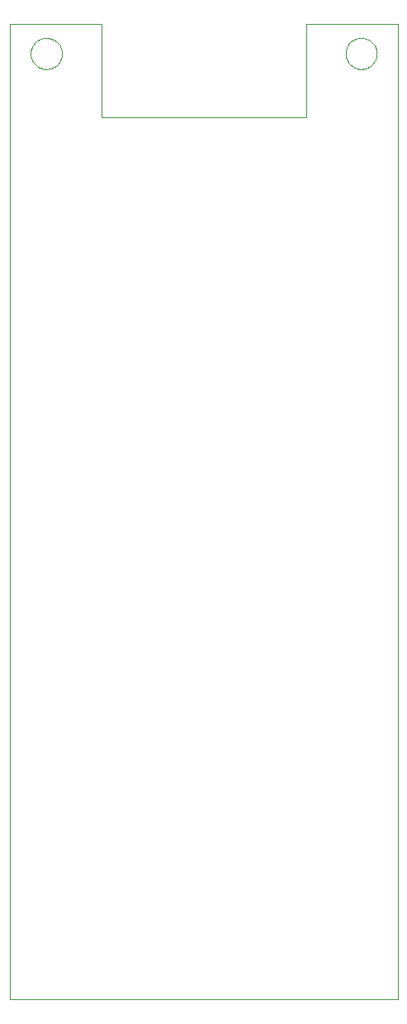
<source format=gm1>
G75*
%MOIN*%
%OFA0B0*%
%FSLAX24Y24*%
%IPPOS*%
%LPD*%
%AMOC8*
5,1,8,0,0,1.08239X$1,22.5*
%
%ADD10C,0.0000*%
D10*
X000134Y000100D02*
X000134Y039470D01*
X003835Y039470D01*
X003835Y035730D01*
X012103Y035730D01*
X012103Y039470D01*
X015804Y039470D01*
X015804Y000100D01*
X000134Y000100D01*
X000981Y038289D02*
X000983Y038339D01*
X000989Y038389D01*
X000999Y038438D01*
X001013Y038486D01*
X001030Y038533D01*
X001051Y038578D01*
X001076Y038622D01*
X001104Y038663D01*
X001136Y038702D01*
X001170Y038739D01*
X001207Y038773D01*
X001247Y038803D01*
X001289Y038830D01*
X001333Y038854D01*
X001379Y038875D01*
X001426Y038891D01*
X001474Y038904D01*
X001524Y038913D01*
X001573Y038918D01*
X001624Y038919D01*
X001674Y038916D01*
X001723Y038909D01*
X001772Y038898D01*
X001820Y038883D01*
X001866Y038865D01*
X001911Y038843D01*
X001954Y038817D01*
X001995Y038788D01*
X002034Y038756D01*
X002070Y038721D01*
X002102Y038683D01*
X002132Y038643D01*
X002159Y038600D01*
X002182Y038556D01*
X002201Y038510D01*
X002217Y038462D01*
X002229Y038413D01*
X002237Y038364D01*
X002241Y038314D01*
X002241Y038264D01*
X002237Y038214D01*
X002229Y038165D01*
X002217Y038116D01*
X002201Y038068D01*
X002182Y038022D01*
X002159Y037978D01*
X002132Y037935D01*
X002102Y037895D01*
X002070Y037857D01*
X002034Y037822D01*
X001995Y037790D01*
X001954Y037761D01*
X001911Y037735D01*
X001866Y037713D01*
X001820Y037695D01*
X001772Y037680D01*
X001723Y037669D01*
X001674Y037662D01*
X001624Y037659D01*
X001573Y037660D01*
X001524Y037665D01*
X001474Y037674D01*
X001426Y037687D01*
X001379Y037703D01*
X001333Y037724D01*
X001289Y037748D01*
X001247Y037775D01*
X001207Y037805D01*
X001170Y037839D01*
X001136Y037876D01*
X001104Y037915D01*
X001076Y037956D01*
X001051Y038000D01*
X001030Y038045D01*
X001013Y038092D01*
X000999Y038140D01*
X000989Y038189D01*
X000983Y038239D01*
X000981Y038289D01*
X013697Y038289D02*
X013699Y038339D01*
X013705Y038389D01*
X013715Y038438D01*
X013729Y038486D01*
X013746Y038533D01*
X013767Y038578D01*
X013792Y038622D01*
X013820Y038663D01*
X013852Y038702D01*
X013886Y038739D01*
X013923Y038773D01*
X013963Y038803D01*
X014005Y038830D01*
X014049Y038854D01*
X014095Y038875D01*
X014142Y038891D01*
X014190Y038904D01*
X014240Y038913D01*
X014289Y038918D01*
X014340Y038919D01*
X014390Y038916D01*
X014439Y038909D01*
X014488Y038898D01*
X014536Y038883D01*
X014582Y038865D01*
X014627Y038843D01*
X014670Y038817D01*
X014711Y038788D01*
X014750Y038756D01*
X014786Y038721D01*
X014818Y038683D01*
X014848Y038643D01*
X014875Y038600D01*
X014898Y038556D01*
X014917Y038510D01*
X014933Y038462D01*
X014945Y038413D01*
X014953Y038364D01*
X014957Y038314D01*
X014957Y038264D01*
X014953Y038214D01*
X014945Y038165D01*
X014933Y038116D01*
X014917Y038068D01*
X014898Y038022D01*
X014875Y037978D01*
X014848Y037935D01*
X014818Y037895D01*
X014786Y037857D01*
X014750Y037822D01*
X014711Y037790D01*
X014670Y037761D01*
X014627Y037735D01*
X014582Y037713D01*
X014536Y037695D01*
X014488Y037680D01*
X014439Y037669D01*
X014390Y037662D01*
X014340Y037659D01*
X014289Y037660D01*
X014240Y037665D01*
X014190Y037674D01*
X014142Y037687D01*
X014095Y037703D01*
X014049Y037724D01*
X014005Y037748D01*
X013963Y037775D01*
X013923Y037805D01*
X013886Y037839D01*
X013852Y037876D01*
X013820Y037915D01*
X013792Y037956D01*
X013767Y038000D01*
X013746Y038045D01*
X013729Y038092D01*
X013715Y038140D01*
X013705Y038189D01*
X013699Y038239D01*
X013697Y038289D01*
M02*

</source>
